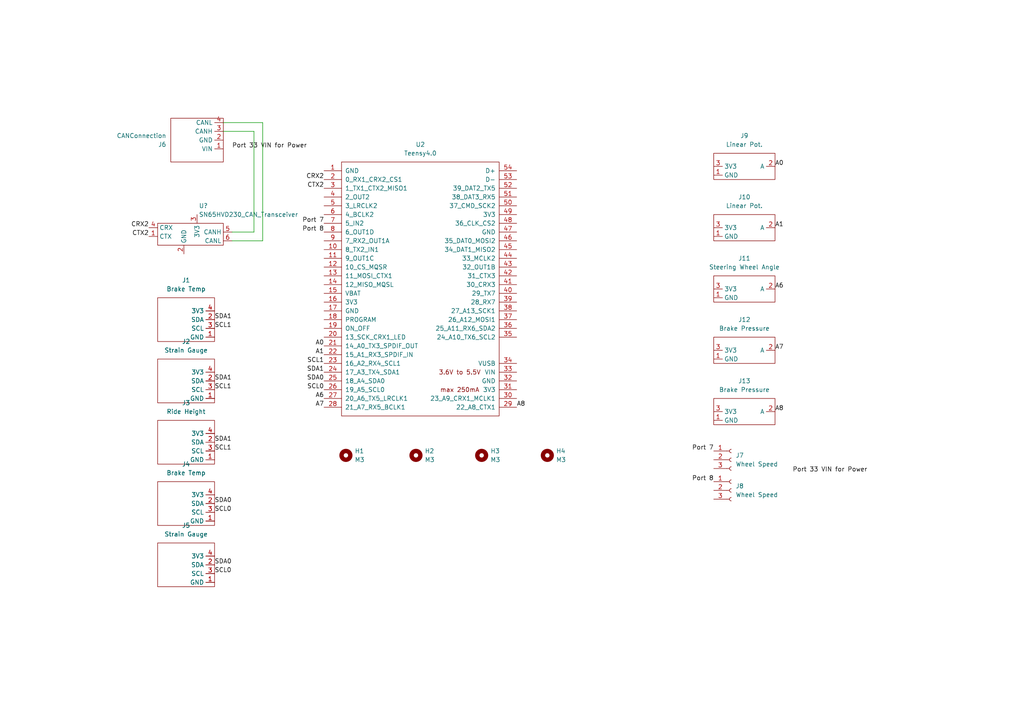
<source format=kicad_sch>
(kicad_sch (version 20211123) (generator eeschema)
  (paper "A4")
  (lib_symbols
    (symbol "Connector:Conn_01x03_Female" (pin_names (offset 1.016) hide)
      (property "Reference" "J" (at 0 5.08 0))
      (property "Value" "Conn_01x03_Female" (at 0 -5.08 0))
      (symbol "Conn_01x03_Female_1_1"
        (arc (start 0 -2.032) (mid -0.508 -2.54) (end 0 -3.048) (stroke (width 0.1524)))
        (polyline (pts (xy -1.27 -2.54) (xy -0.508 -2.54)) (stroke (width 0.1524)))
        (polyline (pts (xy -1.27 0) (xy -0.508 0)) (stroke (width 0.1524)))
        (polyline (pts (xy -1.27 2.54) (xy -0.508 2.54)) (stroke (width 0.1524)))
        (arc (start 0 0.508) (mid -0.508 0) (end 0 -0.508) (stroke (width 0.1524)))
        (arc (start 0 3.048) (mid -0.508 2.54) (end 0 2.032) (stroke (width 0.1524)))
        (pin passive line (at -5.08 2.54 0) (length 3.81) (name "Pin_1") (number "1"))
        (pin passive line (at -5.08 0 0) (length 3.81) (name "Pin_2") (number "2"))
        (pin passive line (at -5.08 -2.54 0) (length 3.81) (name "Pin_3") (number "3"))
      )
    )
    (symbol "Mechanical:MountingHole" (pin_names (offset 1.016))
      (property "Reference" "H" (at 0 5.08 0))
      (property "Value" "MountingHole" (at 0 3.175 0))
      (symbol "MountingHole_0_1"
        (circle (center 0 0) (radius 1.27) (stroke (width 1.27)))
      )
    )
    (symbol "SN65HVD230_CAN_Transceiver_1"
      (property "Reference" "U" (at 0 2.54 0))
      (property "Value" "SN65HVD230_CAN_Transceiver_1" (at 13.97 0 0))
      (symbol "SN65HVD230_CAN_Transceiver_1_0_1"
        (rectangle (start -8.89 -6.35) (end 10.16 -12.7))
      )
      (symbol "SN65HVD230_CAN_Transceiver_1_1_1"
        (pin input line (at 12.7 -10.16 180) (length 2.54) (name "CTX") (number "1"))
        (pin input line (at 2.54 -15.24 90) (length 2.54) (name "GND") (number "2"))
        (pin input line (at -1.27 -3.81 270) (length 2.54) (name "3V3") (number "3"))
        (pin input line (at 12.7 -7.62 180) (length 2.54) (name "CRX") (number "4"))
        (pin input line (at -11.43 -8.89 0) (length 2.54) (name "CANH") (number "5"))
        (pin input line (at -11.43 -11.43 0) (length 2.54) (name "CANL") (number "6"))
      )
    )
    (symbol "sdm:AnalogConnection"
      (property "Reference" "J" (at 0 0 0))
      (property "Value" "AnalogConnection" (at 1.27 -2.54 0))
      (symbol "AnalogConnection_0_1"
        (rectangle (start -7.62 -1.27) (end 10.16 -8.89))
      )
      (symbol "AnalogConnection_1_1"
        (pin input line (at -7.62 -7.62 0) (length 2.54) (name "GND") (number "1"))
        (pin output line (at 10.16 -5.08 180) (length 2.54) (name "A") (number "2"))
        (pin input line (at -7.62 -5.08 0) (length 2.54) (name "3V3") (number "3"))
      )
    )
    (symbol "sdm:CANConnection"
      (property "Reference" "J" (at 0 0 0))
      (property "Value" "CANConnection" (at 1.27 -2.54 0))
      (symbol "CANConnection_0_1"
        (rectangle (start -6.35 -13.97) (end 8.89 -1.27))
      )
      (symbol "CANConnection_1_1"
        (pin input line (at -6.35 -5.08 0) (length 2.54) (name "VIN") (number "1"))
        (pin input line (at -6.35 -7.62 0) (length 2.54) (name "GND") (number "2"))
        (pin input line (at -6.35 -10.16 0) (length 2.54) (name "CANH") (number "3"))
        (pin input line (at -6.35 -12.7 0) (length 2.54) (name "CANL") (number "4"))
      )
    )
    (symbol "sdm:i2cConnection"
      (property "Reference" "J" (at 0 0 0))
      (property "Value" "i2cConnection" (at 3.81 -2.54 0))
      (symbol "i2cConnection_0_1"
        (rectangle (start -5.08 -13.97) (end 11.43 -1.27))
      )
      (symbol "i2cConnection_1_1"
        (pin input line (at -5.08 -12.7 0) (length 2.54) (name "GND") (number "1"))
        (pin input line (at -5.08 -7.62 0) (length 2.54) (name "SDA") (number "2"))
        (pin input line (at -5.08 -10.16 0) (length 2.54) (name "SCL") (number "3"))
        (pin input line (at -5.08 -5.08 0) (length 2.54) (name "3V3") (number "4"))
      )
    )
    (symbol "teensy:Teensy4.0" (pin_names (offset 1.016))
      (property "Reference" "U" (at 0 39.37 0))
      (property "Value" "Teensy4.0" (at 0 -39.37 0))
      (symbol "Teensy4.0_0_0"
        (text "3.6V to 5.5V" (at 11.43 -24.13 0) (effects (font (size 1.27 1.27))))
        (text "max 250mA" (at 11.43 -29.21 0) (effects (font (size 1.27 1.27))))
        (pin bidirectional line (at -27.94 11.43 0) (length 5.08) (name "8_TX2_IN1") (number "10"))
        (pin bidirectional line (at -27.94 8.89 0) (length 5.08) (name "9_OUT1C") (number "11"))
        (pin bidirectional line (at -27.94 6.35 0) (length 5.08) (name "10_CS_MQSR") (number "12"))
        (pin bidirectional line (at -27.94 3.81 0) (length 5.08) (name "11_MOSI_CTX1") (number "13"))
        (pin bidirectional line (at -27.94 1.27 0) (length 5.08) (name "12_MISO_MQSL") (number "14"))
        (pin power_in line (at -27.94 -1.27 0) (length 5.08) (name "VBAT") (number "15"))
        (pin power_in line (at -27.94 -3.81 0) (length 5.08) (name "3V3") (number "16"))
        (pin power_in line (at -27.94 -6.35 0) (length 5.08) (name "GND") (number "17"))
        (pin input line (at -27.94 -8.89 0) (length 5.08) (name "PROGRAM") (number "18"))
        (pin input line (at -27.94 -11.43 0) (length 5.08) (name "ON_OFF") (number "19"))
        (pin bidirectional line (at -27.94 -13.97 0) (length 5.08) (name "13_SCK_CRX1_LED") (number "20"))
        (pin bidirectional line (at -27.94 -16.51 0) (length 5.08) (name "14_A0_TX3_SPDIF_OUT") (number "21"))
        (pin bidirectional line (at -27.94 -19.05 0) (length 5.08) (name "15_A1_RX3_SPDIF_IN") (number "22"))
        (pin bidirectional line (at -27.94 -21.59 0) (length 5.08) (name "16_A2_RX4_SCL1") (number "23"))
        (pin bidirectional line (at -27.94 -24.13 0) (length 5.08) (name "17_A3_TX4_SDA1") (number "24"))
        (pin bidirectional line (at -27.94 -26.67 0) (length 5.08) (name "18_A4_SDA0") (number "25"))
        (pin bidirectional line (at -27.94 -29.21 0) (length 5.08) (name "19_A5_SCL0") (number "26"))
        (pin bidirectional line (at -27.94 -31.75 0) (length 5.08) (name "20_A6_TX5_LRCLK1") (number "27"))
        (pin bidirectional line (at -27.94 -34.29 0) (length 5.08) (name "21_A7_RX5_BCLK1") (number "28"))
        (pin bidirectional line (at 27.94 -34.29 180) (length 5.08) (name "22_A8_CTX1") (number "29"))
        (pin bidirectional line (at 27.94 -31.75 180) (length 5.08) (name "23_A9_CRX1_MCLK1") (number "30"))
        (pin power_out line (at 27.94 -29.21 180) (length 5.08) (name "3V3") (number "31"))
        (pin power_in line (at 27.94 -26.67 180) (length 5.08) (name "GND") (number "32"))
        (pin power_in line (at 27.94 -24.13 180) (length 5.08) (name "VIN") (number "33"))
        (pin power_out line (at 27.94 -21.59 180) (length 5.08) (name "VUSB") (number "34"))
        (pin bidirectional line (at 27.94 -13.97 180) (length 5.08) (name "24_A10_TX6_SCL2") (number "35"))
        (pin bidirectional line (at 27.94 -11.43 180) (length 5.08) (name "25_A11_RX6_SDA2") (number "36"))
        (pin bidirectional line (at 27.94 -8.89 180) (length 5.08) (name "26_A12_MOSI1") (number "37"))
        (pin bidirectional line (at 27.94 -6.35 180) (length 5.08) (name "27_A13_SCK1") (number "38"))
        (pin bidirectional line (at 27.94 -3.81 180) (length 5.08) (name "28_RX7") (number "39"))
        (pin bidirectional line (at 27.94 -1.27 180) (length 5.08) (name "29_TX7") (number "40"))
        (pin bidirectional line (at 27.94 1.27 180) (length 5.08) (name "30_CRX3") (number "41"))
        (pin bidirectional line (at 27.94 3.81 180) (length 5.08) (name "31_CTX3") (number "42"))
        (pin bidirectional line (at 27.94 6.35 180) (length 5.08) (name "32_OUT1B") (number "43"))
        (pin bidirectional line (at 27.94 8.89 180) (length 5.08) (name "33_MCLK2") (number "44"))
        (pin bidirectional line (at 27.94 11.43 180) (length 5.08) (name "34_DAT1_MISO2") (number "45"))
        (pin bidirectional line (at 27.94 13.97 180) (length 5.08) (name "35_DAT0_MOSI2") (number "46"))
        (pin power_out line (at 27.94 16.51 180) (length 5.08) (name "GND") (number "47"))
        (pin bidirectional line (at 27.94 19.05 180) (length 5.08) (name "36_CLK_CS2") (number "48"))
        (pin power_out line (at 27.94 21.59 180) (length 5.08) (name "3V3") (number "49"))
        (pin bidirectional line (at -27.94 24.13 0) (length 5.08) (name "3_LRCLK2") (number "5"))
        (pin bidirectional line (at 27.94 24.13 180) (length 5.08) (name "37_CMD_SCK2") (number "50"))
        (pin bidirectional line (at 27.94 26.67 180) (length 5.08) (name "38_DAT3_RX5") (number "51"))
        (pin bidirectional line (at 27.94 29.21 180) (length 5.08) (name "39_DAT2_TX5") (number "52"))
        (pin bidirectional line (at 27.94 31.75 180) (length 5.08) (name "D-") (number "53"))
        (pin bidirectional line (at 27.94 34.29 180) (length 5.08) (name "D+") (number "54"))
        (pin bidirectional line (at -27.94 21.59 0) (length 5.08) (name "4_BCLK2") (number "6"))
        (pin bidirectional line (at -27.94 19.05 0) (length 5.08) (name "5_IN2") (number "7"))
        (pin bidirectional line (at -27.94 16.51 0) (length 5.08) (name "6_OUT1D") (number "8"))
        (pin bidirectional line (at -27.94 13.97 0) (length 5.08) (name "7_RX2_OUT1A") (number "9"))
      )
      (symbol "Teensy4.0_0_1"
        (rectangle (start -22.86 36.83) (end 22.86 -36.83))
        (rectangle (start -20.32 -31.75) (end -20.32 -31.75))
      )
      (symbol "Teensy4.0_1_1"
        (pin power_in line (at -27.94 34.29 0) (length 5.08) (name "GND") (number "1"))
        (pin bidirectional line (at -27.94 31.75 0) (length 5.08) (name "0_RX1_CRX2_CS1") (number "2"))
        (pin bidirectional line (at -27.94 29.21 0) (length 5.08) (name "1_TX1_CTX2_MISO1") (number "3"))
        (pin bidirectional line (at -27.94 26.67 0) (length 5.08) (name "2_OUT2") (number "4"))
      )
    )
  )
  (wire (pts (xy 73.66 67.31) (xy 67.31 67.31)))
  (wire (pts (xy 73.66 38.1) (xy 73.66 67.31)))
  (wire (pts (xy 64.77 38.1) (xy 73.66 38.1)))
  (wire (pts (xy 76.2 69.85) (xy 67.31 69.85)))
  (wire (pts (xy 76.2 35.56) (xy 76.2 69.85)))
  (wire (pts (xy 64.77 35.56) (xy 76.2 35.56)))
  (label "Port 8" (at 93.98 67.31 180))
  (label "Port 7" (at 93.98 64.77 180))
  (label "SDA0" (at 93.98 110.49 180))
  (label "A6" (at 224.79 83.82 0))
  (label "SDA1" (at 62.23 92.71 0))
  (label "SDA0" (at 62.23 163.83 0))
  (label "SDA1" (at 93.98 107.95 180))
  (label "A8" (at 224.79 119.38 0))
  (label "SCL0" (at 62.23 148.59 0))
  (label "SCL1" (at 93.98 105.41 180))
  (label "SDA1" (at 62.23 128.27 0))
  (label "A0" (at 93.98 100.33 180))
  (label "CRX2" (at 93.98 52.07 180))
  (label "A7" (at 224.79 101.6 0))
  (label "A6" (at 93.98 115.57 180))
  (label "SDA0" (at 62.23 146.05 0))
  (label "Port 7" (at 207.01 130.81 180))
  (label "CTX2" (at 43.18 68.58 180))
  (label "CRX2" (at 43.18 66.04 180))
  (label "SCL0" (at 62.23 166.37 0))
  (label "SCL1" (at 62.23 130.81 0))
  (label "Port 8" (at 207.01 139.7 180))
  (label "A1" (at 93.98 102.87 180))
  (label "A7" (at 93.98 118.11 180))
  (label "SDA1" (at 62.23 110.49 0))
  (label "Port 33 VIN for Power" (at 229.87 137.16 0))
  (label "SCL1" (at 62.23 95.25 0))
  (label "SCL0" (at 93.98 113.03 180))
  (label "A0" (at 224.79 48.26 0))
  (label "A8" (at 149.86 118.11 0))
  (label "CTX2" (at 93.98 54.61 180))
  (label "SCL1" (at 62.23 113.03 0))
  (label "Port 33 VIN for Power" (at 67.31 43.18 0))
  (label "A1" (at 224.79 66.04 0))
  (symbol (lib_id "sdm:i2cConnection") (at 57.15 156.21 0) (mirror y) (unit 1)
    (property "Reference" "J5" (at 53.975 152.4 0))
    (property "Value" "Strain Gauge" (at 53.975 154.94 0))
    (property "Footprint" "TerminalBlock_TE-Connectivity:TerminalBlock_TE_282834-4_1x04_P2.54mm_Horizontal" (effects hide))
  )
  (symbol (lib_id "Mechanical:MountingHole") (at 100.33 132.08 0) (unit 1)
    (property "Reference" "H1" (at 102.87 130.8099 0) (effects (justify left)))
    (property "Value" "M3" (at 102.87 133.3499 0) (effects (justify left)))
    (property "Footprint" "MountingHole:MountingHole_3.2mm_M3" (effects hide))
  )
  (symbol (lib_id "Mechanical:MountingHole") (at 120.65 132.08 0) (unit 1)
    (property "Reference" "H2" (at 123.19 130.8099 0) (effects (justify left)))
    (property "Value" "M3" (at 123.19 133.3499 0) (effects (justify left)))
    (property "Footprint" "MountingHole:MountingHole_3.2mm_M3" (effects hide))
  )
  (symbol (lib_id "sdm:AnalogConnection") (at 214.63 43.18 0) (unit 1)
    (property "Reference" "J9" (at 215.9 39.37 0))
    (property "Value" "Linear Pot." (at 215.9 41.91 0))
  )
  (symbol (lib_id "Mechanical:MountingHole") (at 139.7 132.08 0) (unit 1)
    (property "Reference" "H3" (at 142.24 130.8099 0) (effects (justify left)))
    (property "Value" "M3" (at 142.24 133.3499 0) (effects (justify left)))
    (property "Footprint" "MountingHole:MountingHole_3.2mm_M3" (effects hide))
  )
  (symbol (lib_id "sdm:i2cConnection") (at 57.15 102.87 0) (mirror y) (unit 1)
    (property "Reference" "J2" (at 53.975 99.06 0))
    (property "Value" "Strain Gauge" (at 53.975 101.6 0))
    (property "Footprint" "TerminalBlock_TE-Connectivity:TerminalBlock_TE_282834-4_1x04_P2.54mm_Horizontal" (effects hide))
  )
  (symbol (lib_id "sdm:i2cConnection") (at 57.15 138.43 0) (mirror y) (unit 1)
    (property "Reference" "J4" (at 53.975 134.62 0))
    (property "Value" "Brake Temp" (at 53.975 137.16 0))
    (property "Footprint" "TerminalBlock_TE-Connectivity:TerminalBlock_TE_282834-4_1x04_P2.54mm_Horizontal" (effects hide))
  )
  (symbol (lib_id "sdm:i2cConnection") (at 57.15 85.09 0) (mirror y) (unit 1)
    (property "Reference" "J1" (at 53.975 81.28 0))
    (property "Value" "Brake Temp" (at 53.975 83.82 0))
    (property "Footprint" "TerminalBlock_TE-Connectivity:TerminalBlock_TE_282834-4_1x04_P2.54mm_Horizontal" (effects hide))
  )
  (symbol (lib_id "sdm:AnalogConnection") (at 214.63 78.74 0) (unit 1)
    (property "Reference" "J11" (at 215.9 74.93 0))
    (property "Value" "Steering Wheel Angle" (at 215.9 77.47 0))
  )
  (symbol (lib_id "Connector:Conn_01x03_Female") (at 212.09 142.24 0) (unit 1)
    (property "Reference" "J8" (at 213.36 140.9699 0) (effects (justify left)))
    (property "Value" "Wheel Speed" (at 213.36 143.5099 0) (effects (justify left)))
  )
  (symbol (lib_id "sdm:i2cConnection") (at 57.15 120.65 0) (mirror y) (unit 1)
    (property "Reference" "J3" (at 53.975 116.84 0))
    (property "Value" "Ride Height" (at 53.975 119.38 0))
    (property "Footprint" "TerminalBlock_TE-Connectivity:TerminalBlock_TE_282834-4_1x04_P2.54mm_Horizontal" (effects hide))
  )
  (symbol (lib_id "teensy:Teensy4.0") (at 121.92 83.82 0) (unit 1)
    (property "Reference" "U2" (at 121.92 41.91 0))
    (property "Value" "Teensy4.0" (at 121.92 44.45 0))
  )
  (symbol (lib_id "sdm:AnalogConnection") (at 214.63 114.3 0) (unit 1)
    (property "Reference" "J13" (at 215.9 110.49 0))
    (property "Value" "Brake Pressure" (at 215.9 113.03 0))
  )
  (symbol (lib_id "sdm:AnalogConnection") (at 214.63 96.52 0) (unit 1)
    (property "Reference" "J12" (at 215.9 92.71 0))
    (property "Value" "Brake Pressure" (at 215.9 95.25 0))
  )
  (symbol (lib_id "sdm:AnalogConnection") (at 214.63 60.96 0) (unit 1)
    (property "Reference" "J10" (at 215.9 57.15 0))
    (property "Value" "Linear Pot." (at 215.9 59.69 0))
  )
  (symbol (lib_id "sdm:CANConnection") (at 58.42 48.26 180) (unit 1)
    (property "Reference" "J6" (at 48.26 41.9101 0) (effects (justify left)))
    (property "Value" "CANConnection" (at 48.26 39.3701 0) (effects (justify left)))
    (property "Footprint" "TerminalBlock_TE-Connectivity:TerminalBlock_TE_282834-4_1x04_P2.54mm_Horizontal" (effects hide))
  )
  (symbol (lib_name "SN65HVD230_CAN_Transceiver_1") (lib_id "sdm:SN65HVD230_CAN_Transceiver") (at 55.88 58.42 0) (mirror y) (unit 1)
    (property "Reference" "U?" (at 57.6706 59.69 0) (effects (justify right)))
    (property "Value" "SN65HVD230_CAN_Transceiver" (at 57.6706 62.23 0) (effects (justify right)))
  )
  (symbol (lib_id "Connector:Conn_01x03_Female") (at 212.09 133.35 0) (unit 1)
    (property "Reference" "J7" (at 213.36 132.0799 0) (effects (justify left)))
    (property "Value" "Wheel Speed" (at 213.36 134.6199 0) (effects (justify left)))
  )
  (symbol (lib_id "Mechanical:MountingHole") (at 158.75 132.08 0) (unit 1)
    (property "Reference" "H4" (at 161.29 130.8099 0) (effects (justify left)))
    (property "Value" "M3" (at 161.29 133.3499 0) (effects (justify left)))
    (property "Footprint" "MountingHole:MountingHole_3.2mm_M3" (effects hide))
  )
)
</source>
